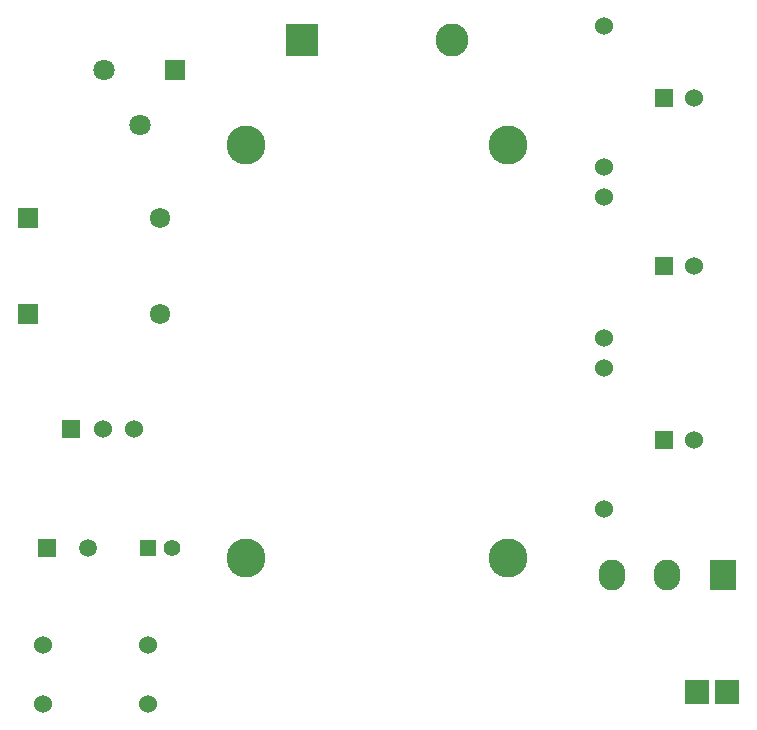
<source format=gts>
G04 #@! TF.FileFunction,Soldermask,Top*
%FSLAX46Y46*%
G04 Gerber Fmt 4.6, Leading zero omitted, Abs format (unit mm)*
G04 Created by KiCad (PCBNEW (2015-08-21 BZR 6112)-product) date 2015 October 15, Thursday 21:52:47*
%MOMM*%
G01*
G04 APERTURE LIST*
%ADD10C,0.100000*%
%ADD11C,3.302000*%
%ADD12R,2.794000X2.794000*%
%ADD13C,2.794000*%
%ADD14R,1.500000X1.500000*%
%ADD15C,1.500000*%
%ADD16C,1.524000*%
%ADD17R,1.400000X1.400000*%
%ADD18C,1.400000*%
%ADD19C,1.724000*%
%ADD20R,1.724000X1.724000*%
%ADD21R,1.524000X1.524000*%
%ADD22O,2.235200X2.616200*%
%ADD23R,2.235200X2.616200*%
%ADD24R,2.032000X2.032000*%
%ADD25C,1.800000*%
%ADD26R,1.800000X1.800000*%
G04 APERTURE END LIST*
D10*
D11*
X122809000Y-114604800D03*
X122809000Y-79679800D03*
X145034000Y-114604800D03*
X145034000Y-79679800D03*
D12*
X127571500Y-70789800D03*
D13*
X140271500Y-70789800D03*
D14*
X105946000Y-113792000D03*
D15*
X109446000Y-113792000D03*
D16*
X105664000Y-121960000D03*
X105664000Y-126960000D03*
X114554000Y-121960000D03*
X114554000Y-126960000D03*
D17*
X114570000Y-113792000D03*
D18*
X116570000Y-113792000D03*
D19*
X115570000Y-85852000D03*
D20*
X104394000Y-85852000D03*
D19*
X115570000Y-93980000D03*
D20*
X104394000Y-93980000D03*
D16*
X160782000Y-104648000D03*
D21*
X158242000Y-104648000D03*
D16*
X160782000Y-89916000D03*
D21*
X158242000Y-89916000D03*
D16*
X160782000Y-75692000D03*
D21*
X158242000Y-75692000D03*
D16*
X153162000Y-110490000D03*
X153162000Y-98552000D03*
X153162000Y-96012000D03*
X153162000Y-84074000D03*
X153162000Y-81534000D03*
X153162000Y-69596000D03*
D22*
X158496000Y-116078000D03*
X153797000Y-116078000D03*
D23*
X163195000Y-116078000D03*
D21*
X108040000Y-103734000D03*
D16*
X110710000Y-103734000D03*
X113380000Y-103734000D03*
D24*
X161036000Y-125984000D03*
X163576000Y-125984000D03*
D25*
X113824000Y-77980000D03*
X110824000Y-73280000D03*
D26*
X116824000Y-73280000D03*
M02*

</source>
